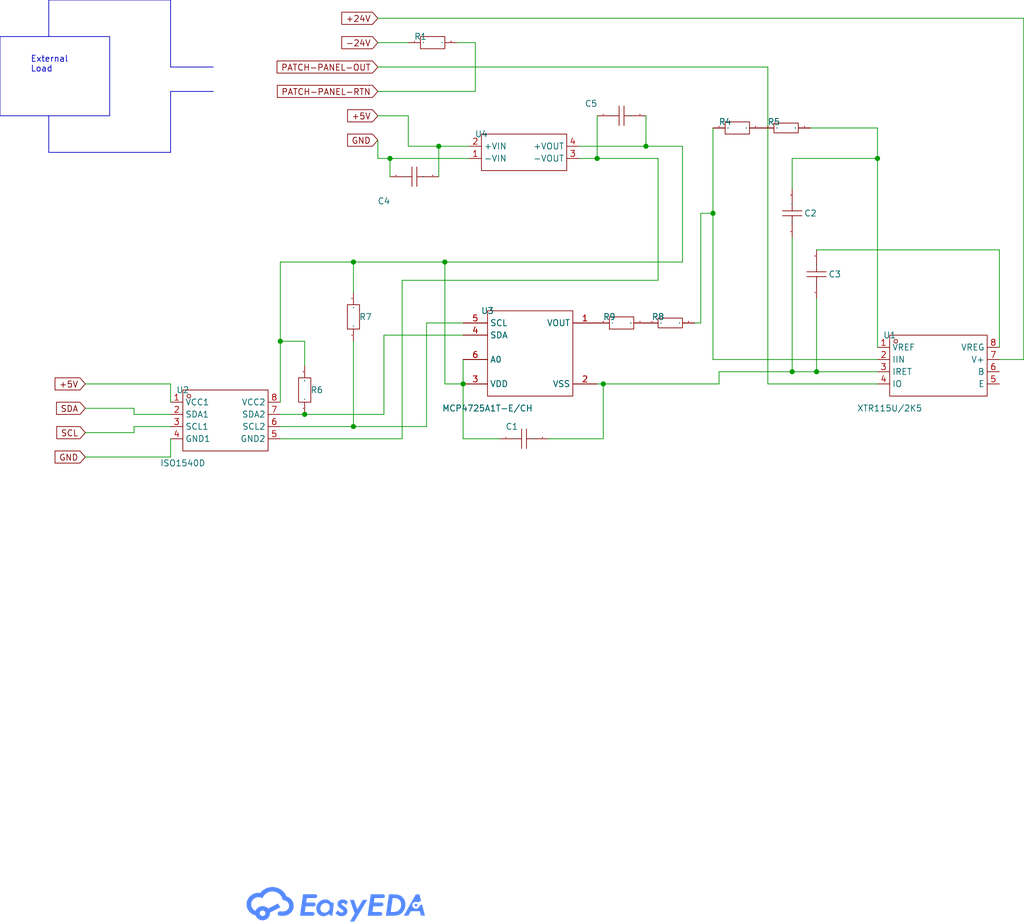
<source format=kicad_sch>
(kicad_sch (version 20250114) (generator "eeschema") (generator_version "9.0")
  (paper "User" 213.436 192.151)
  (lib_symbols
    (symbol "ProPrj_Pra-easyedapro:0603WAF3102T5E"
      (property "Reference" "R" (at 0 0 0))
      (symbol "0603WAF3102T5E_1_0"
        (pin unspecified line (at -5.08 0 0) (length 2.54) (name "1") (number "1"))
        (pin unspecified line (at 5.08 0 180) (length 2.54) (name "2") (number "2"))
      )
    )
    (symbol "ProPrj_Pra-easyedapro:AR03BTC2501"
      (property "Reference" "R" (at 0 0 0))
      (symbol "AR03BTC2501_1_0"
        (pin unspecified line (at -5.08 0 0) (length 2.54) (name "1") (number "1"))
        (pin unspecified line (at 5.08 0 180) (length 2.54) (name "2") (number "2"))
      )
    )
    (symbol "ProPrj_Pra-easyedapro:ARG03DTC2500"
      (property "Reference" "R" (at 0 0 0))
      (symbol "ARG03DTC2500_1_0"
        (pin unspecified line (at -5.08 0 0) (length 2.54) (name "1") (number "1"))
        (pin unspecified line (at 5.08 0 180) (length 2.54) (name "2") (number "2"))
      )
    )
    (symbol "ProPrj_Pra-easyedapro:CC0603KRX7R9BB104"
      (property "Reference" "C" (at 0 0 0))
      (symbol "CC0603KRX7R9BB104_1_0"
        (pin unspecified line (at -5.08 0 0) (length 2.54) (name "1") (number "1"))
        (pin unspecified line (at 5.08 0 180) (length 2.54) (name "2") (number "2"))
      )
    )
    (symbol "ProPrj_Pra-easyedapro:Drawing-Symbol_A4")
    (symbol "ProPrj_Pra-easyedapro:FRC0603J472 TS"
      (property "Reference" "R" (at 0 0 0))
      (symbol "FRC0603J472 TS_1_0"
        (pin input line (at -5.08 0 0) (length 2.54) (name "1") (number "1"))
        (pin input line (at 5.08 0 180) (length 2.54) (name "2") (number "2"))
      )
    )
    (symbol "ProPrj_Pra-easyedapro:ISO1540D"
      (property "Reference" "U" (at 0 0 0))
      (symbol "ISO1540D_1_0"
        (pin unspecified line (at -11.43 3.81 0) (length 2.54) (name "VCC1") (number "1"))
        (pin unspecified line (at -11.43 1.27 0) (length 2.54) (name "SDA1") (number "2"))
        (pin unspecified line (at -11.43 -1.27 0) (length 2.54) (name "SCL1") (number "3"))
        (pin unspecified line (at -11.43 -3.81 0) (length 2.54) (name "GND1") (number "4"))
        (pin unspecified line (at 11.43 3.81 180) (length 2.54) (name "VCC2") (number "8"))
        (pin unspecified line (at 11.43 1.27 180) (length 2.54) (name "SDA2") (number "7"))
        (pin unspecified line (at 11.43 -1.27 180) (length 2.54) (name "SCL2") (number "6"))
        (pin unspecified line (at 11.43 -3.81 180) (length 2.54) (name "GND2") (number "5"))
      )
    )
    (symbol "ProPrj_Pra-easyedapro:MCP4725A1T-E/CH"
      (property "Reference" "U" (at 0 0 0))
      (symbol "MCP4725A1T-E/CH_1_0"
        (pin unspecified line (at -13.97 6.35 0) (length 5.08) (name "SCL") (number "5"))
        (pin bidirectional line (at -13.97 3.81 0) (length 5.08) (name "SDA") (number "4"))
        (pin unspecified line (at -13.97 -1.27 0) (length 5.08) (name "A0") (number "6"))
        (pin unspecified line (at -13.97 -6.35 0) (length 5.08) (name "VDD") (number "3"))
        (pin output line (at 13.97 6.35 180) (length 5.08) (name "VOUT") (number "1"))
        (pin unspecified line (at 13.97 -6.35 180) (length 5.08) (name "VSS") (number "2"))
      )
    )
    (symbol "ProPrj_Pra-easyedapro:NME0505SC"
      (property "Reference" "U" (at 0 0 0))
      (symbol "NME0505SC_1_0"
        (pin unspecified line (at -12.7 2.54 0) (length 2.54) (name "+VIN") (number "2"))
        (pin unspecified line (at -12.7 0 0) (length 2.54) (name "-VIN") (number "1"))
        (pin unspecified line (at 10.16 2.54 180) (length 2.54) (name "+VOUT") (number "4"))
        (pin unspecified line (at 10.16 0 180) (length 2.54) (name "-VOUT") (number "3"))
      )
    )
    (symbol "ProPrj_Pra-easyedapro:RT0603BRD0760KL"
      (property "Reference" "R" (at 0 0 0))
      (symbol "RT0603BRD0760KL_1_0"
        (pin unspecified line (at -5.08 0 0) (length 2.54) (name "1") (number "1"))
        (pin unspecified line (at 5.08 0 180) (length 2.54) (name "2") (number "2"))
      )
    )
    (symbol "ProPrj_Pra-easyedapro:RT0603BRE07250RL"
      (property "Reference" "R" (at 0 0 0))
      (symbol "RT0603BRE07250RL_1_0"
        (pin unspecified line (at -5.08 0 0) (length 2.54) (name "1") (number "1"))
        (pin unspecified line (at 5.08 0 180) (length 2.54) (name "2") (number "2"))
      )
    )
    (symbol "ProPrj_Pra-easyedapro:XTR115U/2K5"
      (property "Reference" "U" (at 0 0 0))
      (symbol "XTR115U/2K5_1_0"
        (pin unspecified line (at -12.7 3.81 0) (length 2.54) (name "VREF") (number "1"))
        (pin unspecified line (at -12.7 1.27 0) (length 2.54) (name "IIN") (number "2"))
        (pin unspecified line (at -12.7 -1.27 0) (length 2.54) (name "IRET") (number "3"))
        (pin unspecified line (at -12.7 -3.81 0) (length 2.54) (name "IO") (number "4"))
        (pin unspecified line (at 12.7 3.81 180) (length 2.54) (name "VREG") (number "8"))
        (pin unspecified line (at 12.7 1.27 180) (length 2.54) (name "V+") (number "7"))
        (pin unspecified line (at 12.7 -1.27 180) (length 2.54) (name "B") (number "6"))
        (pin unspecified line (at 12.7 -3.81 180) (length 2.54) (name "E") (number "5"))
      )
    )
  )
  (rectangle (start 0 7.62) (end 22.86 24.13))
  (text "External\nLoad" (at 6.35 15.24 0) (effects (font (size 1.27 1.27)) (justify left bottom)))
  (junction (at 73.66 88.9))
  (junction (at 165.1 77.47))
  (junction (at 148.59 44.45))
  (junction (at 96.52 80.01))
  (junction (at 81.28 33.02))
  (junction (at 182.88 33.02))
  (junction (at 125.73 80.01))
  (junction (at 124.46 33.02))
  (junction (at 58.42 71.12))
  (junction (at 91.44 30.48))
  (junction (at 134.62 30.48))
  (junction (at 63.5 86.36))
  (junction (at 73.66 54.61))
  (junction (at 92.71 54.61))
  (junction (at 170.18 77.47))
  (wire (pts (xy 182.88 26.67) (xy 182.88 33.02)))
  (wire (pts (xy 160.02 80.01) (xy 160.02 13.97)))
  (wire (pts (xy 124.46 33.02) (xy 137.16 33.02)))
  (wire (pts (xy 58.42 54.61) (xy 58.42 71.12)))
  (wire (pts (xy 85.09 30.48) (xy 85.09 24.13)))
  (wire (pts (xy 99.06 19.05) (xy 78.74 19.05)))
  (wire (pts (xy 85.09 8.89) (xy 78.74 8.89)))
  (wire (pts (xy 124.46 33.02) (xy 124.46 24.13)))
  (wire (pts (xy 27.94 85.09) (xy 27.94 86.36)))
  (wire (pts (xy 80.01 86.36) (xy 63.5 86.36)))
  (wire (pts (xy 208.28 52.07) (xy 208.28 72.39)))
  (wire (pts (xy 160.02 13.97) (xy 78.74 13.97)))
  (wire (pts (xy 95.25 8.89) (xy 99.06 8.89)))
  (polyline (pts (xy 35.56 0) (xy 10.16 0)))
  (wire (pts (xy 58.42 83.82) (xy 58.42 71.12)))
  (wire (pts (xy 83.82 58.42) (xy 83.82 91.44)))
  (wire (pts (xy 165.1 77.47) (xy 170.18 77.47)))
  (wire (pts (xy 99.06 8.89) (xy 99.06 19.05)))
  (wire (pts (xy 134.62 30.48) (xy 134.62 24.13)))
  (wire (pts (xy 213.36 3.81) (xy 78.74 3.81)))
  (wire (pts (xy 165.1 77.47) (xy 165.1 49.53)))
  (wire (pts (xy 148.59 74.93) (xy 182.88 74.93)))
  (wire (pts (xy 96.52 69.85) (xy 80.01 69.85)))
  (wire (pts (xy 58.42 71.12) (xy 63.5 71.12)))
  (wire (pts (xy 58.42 54.61) (xy 73.66 54.61)))
  (wire (pts (xy 35.56 80.01) (xy 35.56 83.82)))
  (wire (pts (xy 168.91 26.67) (xy 182.88 26.67)))
  (wire (pts (xy 91.44 30.48) (xy 91.44 36.83)))
  (wire (pts (xy 146.05 67.31) (xy 146.05 44.45)))
  (wire (pts (xy 88.9 67.31) (xy 88.9 88.9)))
  (wire (pts (xy 17.78 85.09) (xy 27.94 85.09)))
  (wire (pts (xy 78.74 33.02) (xy 78.74 29.21)))
  (wire (pts (xy 96.52 91.44) (xy 96.52 80.01)))
  (wire (pts (xy 17.78 80.01) (xy 35.56 80.01)))
  (wire (pts (xy 170.18 52.07) (xy 208.28 52.07)))
  (wire (pts (xy 142.24 54.61) (xy 92.71 54.61)))
  (wire (pts (xy 148.59 74.93) (xy 148.59 44.45)))
  (wire (pts (xy 35.56 91.44) (xy 35.56 95.25)))
  (wire (pts (xy 149.86 77.47) (xy 165.1 77.47)))
  (wire (pts (xy 96.52 74.93) (xy 96.52 80.01)))
  (polyline (pts (xy 35.56 13.97) (xy 35.56 0)))
  (wire (pts (xy 63.5 71.12) (xy 63.5 76.2)))
  (wire (pts (xy 125.73 91.44) (xy 114.3 91.44)))
  (wire (pts (xy 182.88 77.47) (xy 170.18 77.47)))
  (wire (pts (xy 124.46 80.01) (xy 125.73 80.01)))
  (wire (pts (xy 160.02 80.01) (xy 182.88 80.01)))
  (wire (pts (xy 124.46 33.02) (xy 120.65 33.02)))
  (wire (pts (xy 92.71 80.01) (xy 96.52 80.01)))
  (wire (pts (xy 125.73 80.01) (xy 125.73 91.44)))
  (wire (pts (xy 149.86 80.01) (xy 149.86 77.47)))
  (wire (pts (xy 92.71 54.61) (xy 92.71 80.01)))
  (wire (pts (xy 81.28 33.02) (xy 81.28 36.83)))
  (wire (pts (xy 96.52 67.31) (xy 88.9 67.31)))
  (wire (pts (xy 92.71 54.61) (xy 73.66 54.61)))
  (wire (pts (xy 137.16 58.42) (xy 137.16 33.02)))
  (wire (pts (xy 27.94 88.9) (xy 35.56 88.9)))
  (wire (pts (xy 134.62 30.48) (xy 142.24 30.48)))
  (polyline (pts (xy 35.56 31.75) (xy 10.16 31.75)))
  (wire (pts (xy 104.14 91.44) (xy 96.52 91.44)))
  (wire (pts (xy 182.88 33.02) (xy 165.1 33.02)))
  (wire (pts (xy 58.42 86.36) (xy 63.5 86.36)))
  (wire (pts (xy 81.28 33.02) (xy 78.74 33.02)))
  (wire (pts (xy 148.59 26.67) (xy 148.59 44.45)))
  (wire (pts (xy 134.62 30.48) (xy 120.65 30.48)))
  (wire (pts (xy 58.42 91.44) (xy 83.82 91.44)))
  (wire (pts (xy 17.78 90.17) (xy 27.94 90.17)))
  (wire (pts (xy 85.09 24.13) (xy 78.74 24.13)))
  (wire (pts (xy 213.36 74.93) (xy 213.36 3.81)))
  (wire (pts (xy 27.94 90.17) (xy 27.94 88.9)))
  (polyline (pts (xy 10.16 31.75) (xy 10.16 24.13)))
  (wire (pts (xy 81.28 33.02) (xy 97.79 33.02)))
  (wire (pts (xy 182.88 72.39) (xy 182.88 33.02)))
  (wire (pts (xy 148.59 44.45) (xy 146.05 44.45)))
  (wire (pts (xy 58.42 88.9) (xy 73.66 88.9)))
  (wire (pts (xy 27.94 86.36) (xy 35.56 86.36)))
  (wire (pts (xy 149.86 80.01) (xy 125.73 80.01)))
  (wire (pts (xy 142.24 54.61) (xy 142.24 30.48)))
  (wire (pts (xy 91.44 30.48) (xy 97.79 30.48)))
  (wire (pts (xy 137.16 58.42) (xy 83.82 58.42)))
  (polyline (pts (xy 44.45 19.05) (xy 35.56 19.05)))
  (wire (pts (xy 88.9 88.9) (xy 73.66 88.9)))
  (polyline (pts (xy 35.56 19.05) (xy 35.56 31.75)))
  (wire (pts (xy 80.01 69.85) (xy 80.01 86.36)))
  (wire (pts (xy 35.56 95.25) (xy 17.78 95.25)))
  (wire (pts (xy 165.1 39.37) (xy 165.1 33.02)))
  (wire (pts (xy 73.66 60.96) (xy 73.66 54.61)))
  (wire (pts (xy 144.78 67.31) (xy 146.05 67.31)))
  (polyline (pts (xy 44.45 13.97) (xy 35.56 13.97)))
  (wire (pts (xy 73.66 71.12) (xy 73.66 88.9)))
  (wire (pts (xy 91.44 30.48) (xy 85.09 30.48)))
  (wire (pts (xy 213.36 74.93) (xy 208.28 74.93)))
  (wire (pts (xy 170.18 62.23) (xy 170.18 77.47)))
  (polyline (pts (xy 10.16 0) (xy 10.16 7.62)))
  (global_label "GND" (shape input) (at 78.74 29.21 180) (property "Intersheetrefs" "${INTERSHEET_REFS}" (effects (hide yes))))
  (global_label "+24V" (shape input) (at 78.74 3.81 180) (property "Intersheetrefs" "${INTERSHEET_REFS}" (effects (hide yes))))
  (global_label "+5V" (shape input) (at 17.78 80.01 180) (property "Intersheetrefs" "${INTERSHEET_REFS}" (effects (hide yes))))
  (global_label "PATCH-PANEL-OUT" (shape input) (at 78.74 13.97 180) (property "Intersheetrefs" "${INTERSHEET_REFS}" (effects (hide yes))))
  (global_label "SCL" (shape input) (at 17.78 90.17 180) (property "Intersheetrefs" "${INTERSHEET_REFS}" (effects (hide yes))))
  (global_label "+5V" (shape input) (at 78.74 24.13 180) (property "Intersheetrefs" "${INTERSHEET_REFS}" (effects (hide yes))))
  (global_label "SDA" (shape input) (at 17.78 85.09 180) (property "Intersheetrefs" "${INTERSHEET_REFS}" (effects (hide yes))))
  (global_label "PATCH-PANEL-RTN" (shape input) (at 78.74 19.05 180) (property "Intersheetrefs" "${INTERSHEET_REFS}" (effects (hide yes))))
  (global_label "-24V" (shape input) (at 78.74 8.89 180) (property "Intersheetrefs" "${INTERSHEET_REFS}" (effects (hide yes))))
  (global_label "GND" (shape input) (at 17.78 95.25 180) (property "Intersheetrefs" "${INTERSHEET_REFS}" (effects (hide yes))))
  (symbol (lib_id "ProPrj_Pra-easyedapro:Drawing-Symbol_A4") (at -73.66 195.58 0) (unit 1)
    (property "Reference" "?" (at -73.66 195.58 0))
    (property "Footprint" "ProPrj_Pra-easyedapro:" (effects (hide yes)))
    (property "@Board Name" "Current Output" (at -73.66 195.58 0))
    (property "@Create Date" "2025-08-13" (at -73.66 195.58 0))
    (property "@Create Time" "16:23:37" (at -73.66 195.58 0))
    (property "@Page Count" "1" (at -73.66 195.58 0))
    (property "@Page Name" "P1" (at -73.66 195.58 0))
    (property "@Page No" "1" (at -73.66 195.58 0))
    (property "@Project Name" "Practice 4 layer" (at -73.66 195.58 0))
    (property "@Schematic Name" "Schematic4" (at -73.66 195.58 0))
    (property "@Update Date" "2025-08-13" (at -73.66 195.58 0))
    (property "@Update Time" "16:23:37" (at -73.66 195.58 0))
    (property "Blade Width" "10" (at -73.66 195.58 0))
    (property "Border" "1" (at -73.66 195.58 0))
    (property "Company" "EasyEDA.com" (at -73.66 195.58 0))
    (property "Height" "825" (at -73.66 195.58 0))
    (property "Page Size" "A4" (at -73.66 195.58 0))
    (property "Region Start" "1" (at -73.66 195.58 0))
    (property "Title Block" "1" (at -73.66 195.58 0))
    (property "Title Block Position" "3" (at -73.66 195.58 0))
    (property "Version" "V1.0" (at -73.66 195.58 0))
    (property "Width" "1170" (at -73.66 195.58 0))
    (property "X Region Count" "6" (at -73.66 195.58 0))
    (property "Y Region Count" "4" (at -73.66 195.58 0))
  )
  (symbol (lib_id "ProPrj_Pra-easyedapro:XTR115U/2K5") (at 195.58 76.2 0) (unit 1)
    (property "Reference" "U1" (at 185.42 69.85 0))
    (property "Value" "XTR115U/2K5" (at 185.42 85.09 0))
    (property "Footprint" "ProPrj_Pra-easyedapro:SOIC-8_L5.0-W4.0-P1.27-LS6.0-BL" (effects (hide yes)))
    (property "Datasheet" "https://www.ti.com/cn/lit/gpn/xtr115" (effects (hide yes)))
    (property "Description" "Voltage - Supply:7.5V~36V Voltage - Supply:7.5V~36V Operating Temperature:-40°C~+85°C Operating Temperature:-40°C~+85°C" (effects (hide yes)))
    (property "Manufacturer Part" "XTR115U/2K5" (effects (hide yes)))
    (property "Manufacturer" "TI(德州仪器)" (effects (hide yes)))
    (property "Supplier Part" "C99444" (effects (hide yes)))
    (property "Supplier" "LCSC" (effects (hide yes)))
    (property "LCSC Part Name" "XTR115U/2K5" (effects (hide yes)))
  )
  (symbol (lib_id "ProPrj_Pra-easyedapro:FRC0603J472 TS") (at 63.5 81.28 90) (unit 1)
    (property "Reference" "R6" (at 66.04 81.28 90))
    (property "Value" "4.7kΩ" (effects (hide yes)))
    (property "Footprint" "ProPrj_Pra-easyedapro:R0603" (effects (hide yes)))
    (property "Datasheet" "https://atta.szlcsc.com/upload/public/pdf/source/20211221/925EC7D7225764EE0046F22065062C87.pdf" (effects (hide yes)))
    (property "Description" "Type:Thick Film Resistors Resistance:4.7kΩ Tolerance:±5% Tolerance:±5% Power(Watts): Overload Voltage (Max): Temperature Coefficient:±100ppm/°C Temperature Coefficient:±100ppm/°C Operating Temperature Range:-55°C~+155°C Operating Temperature Range:-55°C~+155°C" (effects (hide yes)))
    (property "Manufacturer Part" "FRC0603J472 TS" (effects (hide yes)))
    (property "Manufacturer" "FOJAN(富捷)" (effects (hide yes)))
    (property "Supplier Part" "C2907166" (effects (hide yes)))
    (property "Supplier" "LCSC" (effects (hide yes)))
    (property "LCSC Part Name" "4.7kΩ ±5% 100mW 厚膜电阻" (effects (hide yes)))
  )
  (symbol (lib_id "ProPrj_Pra-easyedapro:CC0603KRX7R9BB104") (at 165.1 44.45 90) (unit 1)
    (property "Reference" "C2" (at 168.91 44.45 90))
    (property "Value" "100nF" (effects (hide yes)))
    (property "Footprint" "ProPrj_Pra-easyedapro:C0603" (effects (hide yes)))
    (property "Datasheet" "https://atta.szlcsc.com/upload/public/pdf/source/20250214/096C4C206003071F5D32E5F0D8E7F8DF.pdf" (effects (hide yes)))
    (property "Description" "Capacitance:100nF Tolerance:±10% Tolerance:±10% Voltage Rating:50V Temperature Coefficient:X7R" (effects (hide yes)))
    (property "Manufacturer Part" "CC0603KRX7R9BB104" (effects (hide yes)))
    (property "Manufacturer" "YAGEO(国巨)" (effects (hide yes)))
    (property "Supplier Part" "C14663" (effects (hide yes)))
    (property "Supplier" "LCSC" (effects (hide yes)))
    (property "LCSC Part Name" "100nF ±10% 50V" (effects (hide yes)))
  )
  (symbol (lib_id "ProPrj_Pra-easyedapro:ARG03DTC2500") (at 90.17 8.89 0) (unit 1)
    (property "Reference" "R1" (at 87.63 7.62 0))
    (property "Value" "250Ω" (effects (hide yes)))
    (property "Footprint" "ProPrj_Pra-easyedapro:R0603" (effects (hide yes)))
    (property "Datasheet" "https://atta.szlcsc.com/upload/public/pdf/source/20211009/C2828883_CAE7D170B8B230FC4A048BDC7B3A81FC.pdf" (effects (hide yes)))
    (property "Description" "Type:Thin Film Resistor Resistance:250Ω Tolerance:±0.5% Tolerance:±0.5% Power(Watts):100mW Voltage-Supply(Max):75V Temperature Coefficient:±25ppm/°C Temperature Coefficient:±25ppm/°C Operating Temperature:-55°C~+155°C Operating Temperature:-55°C~+155°C" (effects (hide yes)))
    (property "Manufacturer Part" "ARG03DTC2500" (effects (hide yes)))
    (property "Manufacturer" "Viking(光颉)" (effects (hide yes)))
    (property "Supplier Part" "C2828652" (effects (hide yes)))
    (property "Supplier" "LCSC" (effects (hide yes)))
    (property "LCSC Part Name" "薄膜电阻 250Ω ±0.5% 100mW" (effects (hide yes)))
  )
  (symbol (lib_id "ProPrj_Pra-easyedapro:ISO1540D") (at 46.99 87.63 0) (unit 1)
    (property "Reference" "U2" (at 38.1 81.28 0))
    (property "Value" "ISO1540D" (at 38.1 96.52 0))
    (property "Footprint" "ProPrj_Pra-easyedapro:SOIC-8_L5.0-W4.0-P1.27-LS6.0-BL" (effects (hide yes)))
    (property "Datasheet" "https://www.ti.com/cn/lit/gpn/iso1540" (effects (hide yes)))
    (property "Description" "Number of Forward Channels:2 Number of Reverse Channels:2 Data Rate(Max):1Mbps Isolation Voltage(Vrms):2500 Operating Temperature:-40°C~+125°C Operating Temperature:-40°C~+125°C" (effects (hide yes)))
    (property "Manufacturer Part" "ISO1540D" (effects (hide yes)))
    (property "Manufacturer" "TI(德州仪器)" (effects (hide yes)))
    (property "Supplier Part" "C2878172" (effects (hide yes)))
    (property "Supplier" "LCSC" (effects (hide yes)))
    (property "LCSC Part Name" "ISO1540D" (effects (hide yes)))
  )
  (symbol (lib_id "ProPrj_Pra-easyedapro:RT0603BRE07250RL") (at 139.7 67.31 0) (unit 1)
    (property "Reference" "R8" (at 137.16 66.04 0))
    (property "Value" "250Ω" (effects (hide yes)))
    (property "Footprint" "ProPrj_Pra-easyedapro:R0603" (effects (hide yes)))
    (property "Datasheet" "https://atta.szlcsc.com/upload/public/pdf/source/20250609/0E6D5617EADA80FA3B707391883DF2D5.pdf" (effects (hide yes)))
    (property "Description" "Type:Thin Film Resistor Resistance:250Ω Tolerance:±0.1% Tolerance:±0.1% Power(Watts):100mW Temperature Coefficient:±50ppm/°C Temperature Coefficient:±50ppm/°C Operating Temperature:-55°C~+155°C Operating Temperature:-55°C~+155°C" (effects (hide yes)))
    (property "Manufacturer Part" "RT0603BRE07250RL" (effects (hide yes)))
    (property "Manufacturer" "YAGEO(国巨)" (effects (hide yes)))
    (property "Supplier Part" "C861779" (effects (hide yes)))
    (property "Supplier" "LCSC" (effects (hide yes)))
    (property "LCSC Part Name" "薄膜电阻 250Ω ±0.1% 100mW" (effects (hide yes)))
  )
  (symbol (lib_id "ProPrj_Pra-easyedapro:AR03BTC2501") (at 163.83 26.67 0) (unit 1)
    (property "Reference" "R5" (at 161.29 25.4 0))
    (property "Value" "2.5kΩ" (effects (hide yes)))
    (property "Footprint" "ProPrj_Pra-easyedapro:R0603" (effects (hide yes)))
    (property "Datasheet" "https://item.szlcsc.com/datasheet/AR03BTC2501/288132.html" (effects (hide yes)))
    (property "Description" "Resistance:2.5kΩ Tolerance:±0.1% Tolerance:±0.1% Power(Watts):62.5mW Temperature Coefficient:±25ppm/°C Temperature Coefficient:±25ppm/°C" (effects (hide yes)))
    (property "Manufacturer Part" "AR03BTC2501" (effects (hide yes)))
    (property "Manufacturer" "Viking(光颉)" (effects (hide yes)))
    (property "Supplier Part" "C304065" (effects (hide yes)))
    (property "Supplier" "LCSC" (effects (hide yes)))
    (property "LCSC Part Name" "2.5kΩ ±0.1% 62.5mW" (effects (hide yes)))
  )
  (symbol (lib_id "ProPrj_Pra-easyedapro:CC0603KRX7R9BB104") (at 86.36 36.83 0) (unit 1)
    (property "Reference" "C4" (at 80.01 41.91 0))
    (property "Value" "100nF" (effects (hide yes)))
    (property "Footprint" "ProPrj_Pra-easyedapro:C0603" (effects (hide yes)))
    (property "Datasheet" "https://atta.szlcsc.com/upload/public/pdf/source/20250214/096C4C206003071F5D32E5F0D8E7F8DF.pdf" (effects (hide yes)))
    (property "Description" "Capacitance:100nF Tolerance:±10% Tolerance:±10% Voltage Rating:50V Temperature Coefficient:X7R" (effects (hide yes)))
    (property "Manufacturer Part" "CC0603KRX7R9BB104" (effects (hide yes)))
    (property "Manufacturer" "YAGEO(国巨)" (effects (hide yes)))
    (property "Supplier Part" "C14663" (effects (hide yes)))
    (property "Supplier" "LCSC" (effects (hide yes)))
    (property "LCSC Part Name" "100nF ±10% 50V" (effects (hide yes)))
  )
  (symbol (lib_id "ProPrj_Pra-easyedapro:CC0603KRX7R9BB104") (at 109.22 91.44 0) (unit 1)
    (property "Reference" "C1" (at 106.68 88.9 0))
    (property "Value" "100nF" (effects (hide yes)))
    (property "Footprint" "ProPrj_Pra-easyedapro:C0603" (effects (hide yes)))
    (property "Datasheet" "https://atta.szlcsc.com/upload/public/pdf/source/20250214/096C4C206003071F5D32E5F0D8E7F8DF.pdf" (effects (hide yes)))
    (property "Description" "Capacitance:100nF Tolerance:±10% Tolerance:±10% Voltage Rating:50V Temperature Coefficient:X7R" (effects (hide yes)))
    (property "Manufacturer Part" "CC0603KRX7R9BB104" (effects (hide yes)))
    (property "Manufacturer" "YAGEO(国巨)" (effects (hide yes)))
    (property "Supplier Part" "C14663" (effects (hide yes)))
    (property "Supplier" "LCSC" (effects (hide yes)))
    (property "LCSC Part Name" "100nF ±10% 50V" (effects (hide yes)))
  )
  (symbol (lib_id "ProPrj_Pra-easyedapro:CC0603KRX7R9BB104") (at 170.18 57.15 90) (unit 1)
    (property "Reference" "C3" (at 173.99 57.15 90))
    (property "Value" "100nF" (effects (hide yes)))
    (property "Footprint" "ProPrj_Pra-easyedapro:C0603" (effects (hide yes)))
    (property "Datasheet" "https://atta.szlcsc.com/upload/public/pdf/source/20250214/096C4C206003071F5D32E5F0D8E7F8DF.pdf" (effects (hide yes)))
    (property "Description" "Capacitance:100nF Tolerance:±10% Tolerance:±10% Voltage Rating:50V Temperature Coefficient:X7R" (effects (hide yes)))
    (property "Manufacturer Part" "CC0603KRX7R9BB104" (effects (hide yes)))
    (property "Manufacturer" "YAGEO(国巨)" (effects (hide yes)))
    (property "Supplier Part" "C14663" (effects (hide yes)))
    (property "Supplier" "LCSC" (effects (hide yes)))
    (property "LCSC Part Name" "100nF ±10% 50V" (effects (hide yes)))
  )
  (symbol (lib_id "ProPrj_Pra-easyedapro:MCP4725A1T-E/CH") (at 110.49 73.66 0) (unit 1)
    (property "Reference" "U3" (at 101.6 64.77 0))
    (property "Value" "MCP4725A1T-E/CH" (at 101.6 85.09 0))
    (property "Footprint" "ProPrj_Pra-easyedapro:SOT-23-6_L2.9-W1.6-P0.95-LS2.8-BR" (effects (hide yes)))
    (property "Datasheet" "https://atta.szlcsc.com/upload/public/pdf/source/20151029/1457707542566.pdf" (effects (hide yes)))
    (property "Description" "Resolution(Bits):12 Number of Channels:1 Interface:I2C Voltage - Supply:2.7V~5.5V Voltage - Supply:2.7V~5.5V Settling Time:6us Output Type:- Integral non - linearity:2LSB Integral non - linearity:2LSB Operating Temperature:-40°C~+125°C Operating Temperature" (effects (hide yes)))
    (property "Manufacturer Part" "MCP4725A1T-E/CH" (effects (hide yes)))
    (property "Manufacturer" "MICROCHIP(美国微芯)" (effects (hide yes)))
    (property "Supplier Part" "C61423" (effects (hide yes)))
    (property "Supplier" "LCSC" (effects (hide yes)))
    (property "LCSC Part Name" "12-位数字到模拟转换器带EEPROM内存，采用SOT-23-6封装" (effects (hide yes)))
  )
  (symbol (lib_id "ProPrj_Pra-easyedapro:CC0603KRX7R9BB104") (at 129.54 24.13 0) (unit 1)
    (property "Reference" "C5" (at 123.19 21.59 0))
    (property "Value" "100nF" (effects (hide yes)))
    (property "Footprint" "ProPrj_Pra-easyedapro:C0603" (effects (hide yes)))
    (property "Datasheet" "https://atta.szlcsc.com/upload/public/pdf/source/20250214/096C4C206003071F5D32E5F0D8E7F8DF.pdf" (effects (hide yes)))
    (property "Description" "Capacitance:100nF Tolerance:±10% Tolerance:±10% Voltage Rating:50V Temperature Coefficient:X7R" (effects (hide yes)))
    (property "Manufacturer Part" "CC0603KRX7R9BB104" (effects (hide yes)))
    (property "Manufacturer" "YAGEO(国巨)" (effects (hide yes)))
    (property "Supplier Part" "C14663" (effects (hide yes)))
    (property "Supplier" "LCSC" (effects (hide yes)))
    (property "LCSC Part Name" "100nF ±10% 50V" (effects (hide yes)))
  )
  (symbol (lib_id "ProPrj_Pra-easyedapro:NME0505SC") (at 110.49 33.02 0) (unit 1)
    (property "Reference" "U4" (at 100.33 27.94 0))
    (property "Value" "300kHz" (effects (hide yes)))
    (property "Footprint" "ProPrj_Pra-easyedapro:PWRM-TH_NME0505SC" (effects (hide yes)))
    (property "Datasheet" "https://item.szlcsc.com/datasheet/NME0505SC/23862503.html" (effects (hide yes)))
    (property "Description" "Number of Channels:1 Output Power:1W Voltage - Supply:4.5V~5.5V Voltage - Supply:4.5V~5.5V Conversion Efficiency:80% Conversion Efficiency:80% Output Voltage:5V Output Voltage:5V Output Current(Max):200mA Output Current(Max):200mA Capacitive Load(Max):200" (effects (hide yes)))
    (property "Manufacturer Part" "NME0505SC" (effects (hide yes)))
    (property "Manufacturer" "YLPTEC(易川)" (effects (hide yes)))
    (property "Supplier Part" "C22371841" (effects (hide yes)))
    (property "Supplier" "LCSC" (effects (hide yes)))
    (property "LCSC Part Name" "DC/DC电源模块，定电压输入，隔离非稳压单路输出" (effects (hide yes)))
  )
  (symbol (lib_id "ProPrj_Pra-easyedapro:0603WAF3102T5E") (at 129.54 67.31 0) (unit 1)
    (property "Reference" "R9" (at 127 66.04 0))
    (property "Value" "31kΩ" (effects (hide yes)))
    (property "Footprint" "ProPrj_Pra-easyedapro:R0603" (effects (hide yes)))
    (property "Datasheet" "https://atta.szlcsc.com/upload/public/pdf/source/20200306/C422600_1E6D84923E4A46A82E41ADD87F860B5C.pdf" (effects (hide yes)))
    (property "Description" "Type:Thick Film Resistors Resistance:31kΩ Tolerance:±1% Tolerance:±1% Power(Watts):0.1W Voltage-Supply(Max):75V Temperature Coefficient:±100ppm/°C Temperature Coefficient:±100ppm/°C Operating Temperature:-55°C~+155°C Operating Temperature:-55°C~+155°C" (effects (hide yes)))
    (property "Manufacturer Part" "0603WAF3102T5E" (effects (hide yes)))
    (property "Manufacturer" "UNI-ROYAL(厚声)" (effects (hide yes)))
    (property "Supplier Part" "C2767175" (effects (hide yes)))
    (property "Supplier" "LCSC" (effects (hide yes)))
    (property "LCSC Part Name" "31kΩ ±1% 100mW 厚膜电阻" (effects (hide yes)))
  )
  (symbol (lib_id "ProPrj_Pra-easyedapro:RT0603BRD0760KL") (at 153.67 26.67 0) (unit 1)
    (property "Reference" "R4" (at 151.13 25.4 0))
    (property "Value" "60kΩ" (effects (hide yes)))
    (property "Footprint" "ProPrj_Pra-easyedapro:RES-SMD_L1.55-W0.85" (effects (hide yes)))
    (property "Datasheet" "https://atta.szlcsc.com/upload/public/pdf/source/20250609/0E6D5617EADA80FA3B707391883DF2D5.pdf" (effects (hide yes)))
    (property "Description" "Type:Thin Film Resistor Resistance:60kΩ Tolerance:±0.1% Tolerance:±0.1% Power(Watts):100mW Temperature Coefficient:±25ppm/°C Temperature Coefficient:±25ppm/°C Operating Temperature:-55°C~+155°C Operating Temperature:-55°C~+155°C" (effects (hide yes)))
    (property "Manufacturer Part" "RT0603BRD0760KL" (effects (hide yes)))
    (property "Manufacturer" "YAGEO(国巨)" (effects (hide yes)))
    (property "Supplier Part" "C6460576" (effects (hide yes)))
    (property "Supplier" "LCSC" (effects (hide yes)))
    (property "LCSC Part Name" "薄膜电阻 60kΩ ±0.1% 100mW" (effects (hide yes)))
  )
  (symbol (lib_id "ProPrj_Pra-easyedapro:FRC0603J472 TS") (at 73.66 66.04 90) (unit 1)
    (property "Reference" "R7" (at 76.2 66.04 90))
    (property "Value" "4.7kΩ" (effects (hide yes)))
    (property "Footprint" "ProPrj_Pra-easyedapro:R0603" (effects (hide yes)))
    (property "Datasheet" "https://atta.szlcsc.com/upload/public/pdf/source/20211221/925EC7D7225764EE0046F22065062C87.pdf" (effects (hide yes)))
    (property "Description" "Type:Thick Film Resistors Resistance:4.7kΩ Tolerance:±5% Tolerance:±5% Power(Watts): Overload Voltage (Max): Temperature Coefficient:±100ppm/°C Temperature Coefficient:±100ppm/°C Operating Temperature Range:-55°C~+155°C Operating Temperature Range:-55°C~+155°C" (effects (hide yes)))
    (property "Manufacturer Part" "FRC0603J472 TS" (effects (hide yes)))
    (property "Manufacturer" "FOJAN(富捷)" (effects (hide yes)))
    (property "Supplier Part" "C2907166" (effects (hide yes)))
    (property "Supplier" "LCSC" (effects (hide yes)))
    (property "LCSC Part Name" "4.7kΩ ±5% 100mW 厚膜电阻" (effects (hide yes)))
  )
)
</source>
